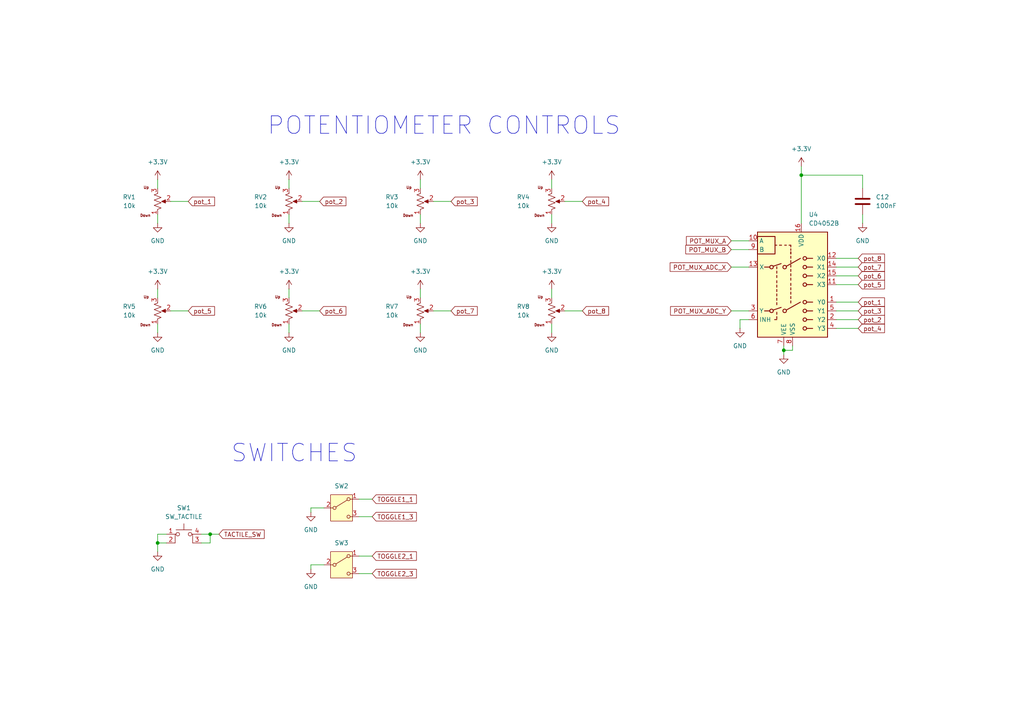
<source format=kicad_sch>
(kicad_sch (version 20250114) (generator "eeschema") (generator_version "9.0")
  (paper "A4")
  (title_block (title "200 Series Synthesis Platform") (date "2025-01-18") (rev "A0") (company "SVG Synthesis"))
  (lib_symbols
    (symbol "0_synthesis_ic:CD4052B"
      (property "Reference" "U" (at -10.16 16.51 0))
      (property "Value" "CD4052B" (at 3.81 16.51 0))
      (symbol "CD4052B_0_1"
        (rectangle (start -10.16 15.24) (end 10.16 -15.24) (stroke (width 0.254)) (fill (type background)))
        (rectangle (start -10.16 8.89) (end -5.08 13.97) (stroke (width 0.254)))
        (polyline (pts (xy -8.128 5.08) (xy -6.604 5.08)) (stroke (width 0.254)))
        (polyline (pts (xy -8.128 -7.62) (xy -6.604 -7.62)) (stroke (width 0.254)))
        (circle (center -6.096 5.08) (radius 0.508) (stroke (width 0.254)))
        (circle (center -6.096 -7.62) (radius 0.508) (stroke (width 0.254)))
        (polyline (pts (xy -5.588 5.334) (xy -3.302 6.096)) (stroke (width 0.254)))
        (polyline (pts (xy -5.588 -7.366) (xy -3.302 -6.604)) (stroke (width 0.254)))
        (polyline (pts (xy -4.572 11.43) (xy -5.08 11.43)) (stroke (width 0.254)))
        (polyline (pts (xy -4.572 4.572) (xy -4.572 5.207)) (stroke (width 0.254)))
        (polyline (pts (xy -4.572 3.302) (xy -4.572 3.937)) (stroke (width 0.254)))
        (polyline (pts (xy -4.572 2.032) (xy -4.572 2.667)) (stroke (width 0.254)))
        (polyline (pts (xy -4.572 0.508) (xy -4.572 1.143)) (stroke (width 0.254)))
        (polyline (pts (xy -4.572 -0.762) (xy -4.572 -0.127)) (stroke (width 0.254)))
        (polyline (pts (xy -4.572 -2.032) (xy -4.572 -1.397)) (stroke (width 0.254)))
        (polyline (pts (xy -4.572 -3.302) (xy -4.572 -2.667)) (stroke (width 0.254)))
        (polyline (pts (xy -4.572 -4.572) (xy -4.572 -3.937)) (stroke (width 0.254)))
        (polyline (pts (xy -4.572 -5.842) (xy -4.572 -5.207)) (stroke (width 0.254)))
        (polyline (pts (xy -4.572 -8.636) (xy -4.572 -8.001)) (stroke (width 0.254)))
        (polyline (pts (xy -4.572 -9.906) (xy -4.572 -9.271)) (stroke (width 0.254)))
        (polyline (pts (xy -4.572 -10.16) (xy -5.207 -10.16)) (stroke (width 0.254)))
        (polyline (pts (xy -3.81 11.43) (xy -3.175 11.43)) (stroke (width 0.254)))
        (circle (center -2.286 5.08) (radius 0.508) (stroke (width 0.254)))
        (circle (center -2.286 -7.62) (radius 0.508) (stroke (width 0.254)))
        (polyline (pts (xy -1.778 11.43) (xy -2.286 11.43)) (stroke (width 0.254)))
        (polyline (pts (xy -1.778 5.334) (xy 2.286 7.62)) (stroke (width 0.254)))
        (polyline (pts (xy -1.778 -7.366) (xy 2.286 -5.08)) (stroke (width 0.254)))
        (polyline (pts (xy -0.508 11.43) (xy -1.016 11.43)) (stroke (width 0.254)))
        (polyline (pts (xy -0.508 10.922) (xy -0.508 11.43)) (stroke (width 0.254)))
        (polyline (pts (xy -0.508 9.906) (xy -0.508 10.414)) (stroke (width 0.254)))
        (polyline (pts (xy -0.508 8.89) (xy -0.508 9.525)) (stroke (width 0.254)))
        (polyline (pts (xy -0.508 8.89) (xy -0.508 9.398)) (stroke (width 0.254)))
        (polyline (pts (xy -0.508 7.62) (xy -0.508 8.255)) (stroke (width 0.254)))
        (polyline (pts (xy -0.508 6.35) (xy -0.508 6.985)) (stroke (width 0.254)))
        (polyline (pts (xy -0.508 5.08) (xy -0.508 5.715)) (stroke (width 0.254)))
        (polyline (pts (xy -0.508 3.81) (xy -0.508 4.445)) (stroke (width 0.254)))
        (polyline (pts (xy -0.508 2.54) (xy -0.508 3.175)) (stroke (width 0.254)))
        (polyline (pts (xy -0.508 1.27) (xy -0.508 1.905)) (stroke (width 0.254)))
        (polyline (pts (xy -0.508 -0.254) (xy -0.508 0.381)) (stroke (width 0.254)))
        (polyline (pts (xy -0.508 -1.524) (xy -0.508 -0.889)) (stroke (width 0.254)))
        (polyline (pts (xy -0.508 -2.794) (xy -0.508 -2.159)) (stroke (width 0.254)))
        (polyline (pts (xy -0.508 -4.064) (xy -0.508 -3.429)) (stroke (width 0.254)))
        (polyline (pts (xy -0.508 -5.334) (xy -0.508 -4.699)) (stroke (width 0.254)))
        (circle (center 3.556 7.62) (radius 0.508) (stroke (width 0.254)))
        (circle (center 3.556 5.08) (radius 0.508) (stroke (width 0.254)))
        (circle (center 3.556 2.54) (radius 0.508) (stroke (width 0.254)))
        (circle (center 3.556 0) (radius 0.508) (stroke (width 0.254)))
        (circle (center 3.556 -5.08) (radius 0.508) (stroke (width 0.254)))
        (circle (center 3.556 -7.62) (radius 0.508) (stroke (width 0.254)))
        (circle (center 3.556 -10.16) (radius 0.508) (stroke (width 0.254)))
        (circle (center 3.556 -12.7) (radius 0.508) (stroke (width 0.254)))
        (polyline (pts (xy 4.064 7.62) (xy 5.842 7.62)) (stroke (width 0.254)))
        (polyline (pts (xy 4.064 5.08) (xy 5.842 5.08)) (stroke (width 0.254)))
        (polyline (pts (xy 4.064 2.54) (xy 5.842 2.54)) (stroke (width 0.254)))
        (polyline (pts (xy 4.064 0) (xy 5.842 0)) (stroke (width 0.254)))
        (polyline (pts (xy 4.064 -5.08) (xy 5.842 -5.08)) (stroke (width 0.254)))
        (polyline (pts (xy 4.064 -7.62) (xy 5.842 -7.62)) (stroke (width 0.254)))
        (polyline (pts (xy 4.064 -10.16) (xy 5.842 -10.16)) (stroke (width 0.254)))
        (polyline (pts (xy 4.064 -12.7) (xy 5.842 -12.7)) (stroke (width 0.254)))
      )
      (symbol "CD4052B_1_1"
        (pin input line (at -12.7 12.7 0) (length 2.54) (name "A") (number "10"))
        (pin input line (at -12.7 10.16 0) (length 2.54) (name "B") (number "9"))
        (pin bidirectional line (at -12.7 5.08 0) (length 2.54) (name "X") (number "13"))
        (pin bidirectional line (at -12.7 -7.62 0) (length 2.54) (name "Y") (number "3"))
        (pin input line (at -12.7 -10.16 0) (length 2.54) (name "INH") (number "6"))
        (pin power_in line (at -2.54 -17.78 90) (length 2.54) (name "VEE") (number "7"))
        (pin power_in line (at 0 -17.78 90) (length 2.54) (name "VSS") (number "8"))
        (pin power_in line (at 2.54 17.78 270) (length 2.54) (name "VDD") (number "16"))
        (pin bidirectional line (at 12.7 7.62 180) (length 2.54) (name "X0") (number "12"))
        (pin bidirectional line (at 12.7 5.08 180) (length 2.54) (name "X1") (number "14"))
        (pin bidirectional line (at 12.7 2.54 180) (length 2.54) (name "X2") (number "15"))
        (pin bidirectional line (at 12.7 0 180) (length 2.54) (name "X3") (number "11"))
        (pin bidirectional line (at 12.7 -5.08 180) (length 2.54) (name "Y0") (number "1"))
        (pin bidirectional line (at 12.7 -7.62 180) (length 2.54) (name "Y1") (number "5"))
        (pin bidirectional line (at 12.7 -10.16 180) (length 2.54) (name "Y2") (number "2"))
        (pin bidirectional line (at 12.7 -12.7 180) (length 2.54) (name "Y3") (number "4"))
      )
    )
    (symbol "0_synthesis_other:POT_ALPHA_10K" (pin_names (offset 1.016) (hide yes))
      (property "Reference" "RV" (at 2.54 3.81 0))
      (property "Value" "10k" (at 2.54 -2.54 0))
      (symbol "POT_ALPHA_10K_0_1"
        (polyline (pts (xy 0 2.54) (xy 0 2.286)))
        (polyline (pts (xy 0 2.286) (xy 1.016 1.905) (xy 0 1.524) (xy -1.016 1.143) (xy 0 0.762)))
        (polyline (pts (xy 0 0.762) (xy 1.016 0.381) (xy 0 0) (xy -1.016 -0.381) (xy 0 -0.762)))
        (polyline (pts (xy 0 -0.762) (xy 1.016 -1.143) (xy 0 -1.524) (xy -1.016 -1.905) (xy 0 -2.286)))
        (polyline (pts (xy 0 -2.286) (xy 0 -2.54)))
        (polyline (pts (xy 1.143 0) (xy 2.286 0.508) (xy 2.286 -0.508) (xy 1.143 0)) (fill (type outline)))
        (polyline (pts (xy 2.54 0) (xy 1.524 0)))
      )
      (symbol "POT_ALPHA_10K_1_1"
        (text "Down" (at -3.556 4.064 0) (effects (font (size 0.762 0.762))))
        (text "Up" (at -3.302 -4.064 0) (effects (font (size 0.762 0.762))))
        (pin passive line (at 0 3.81 270) (length 1.27) (name "1") (number "1"))
        (pin passive line (at 0 -3.81 90) (length 1.27) (name "3") (number "3"))
        (pin passive line (at 3.81 0 180) (length 1.27) (name "2") (number "2"))
      )
    )
    (symbol "0_synthesis_other:SW_SPDT_ON_OFF_ON_SUBMINI" (pin_names (offset 0) (hide yes))
      (property "Reference" "SW" (at 0 5.08 0))
      (symbol "SW_SPDT_ON_OFF_ON_SUBMINI_0_1"
        (circle (center -2.032 0) (radius 0.4572))
        (polyline (pts (xy -1.651 0.254) (xy 1.651 2.286)))
        (circle (center 2.032 2.54) (radius 0.4572))
        (circle (center 2.032 -2.54) (radius 0.4572))
      )
      (symbol "SW_SPDT_ON_OFF_ON_SUBMINI_1_1"
        (rectangle (start -3.175 3.81) (end 3.175 -3.81) (fill (type background)))
        (pin passive line (at -5.08 0 0) (length 2.54) (name "B") (number "2"))
        (pin passive line (at 5.08 2.54 180) (length 2.54) (name "A") (number "1"))
        (pin passive line (at 5.08 -2.54 180) (length 2.54) (name "C") (number "3"))
      )
    )
    (symbol "0_synthesis_other:SW_TACTILE_TL1105SPF250Q" (pin_names (offset 1.016) (hide yes))
      (property "Reference" "SW" (at 0.635 5.715 0))
      (property "Value" "SW_TACTILE" (at 0 -3.175 0))
      (symbol "SW_TACTILE_TL1105SPF250Q_0_1"
        (polyline (pts (xy -2.54 0) (xy -2.54 2.54) (xy -2.286 2.54)))
        (polyline (pts (xy -2.286 3.81) (xy 2.286 3.81)))
        (circle (center -1.778 2.54) (radius 0.508))
        (polyline (pts (xy 0 3.81) (xy 0 5.588)))
        (circle (center 1.778 2.54) (radius 0.508))
        (polyline (pts (xy 2.54 0) (xy 2.54 2.54) (xy 2.286 2.54)))
        (pin passive line (at -5.08 2.54 0) (length 2.54) (name "1") (number "1"))
        (pin passive line (at -5.08 0 0) (length 2.54) (name "2") (number "2"))
        (pin passive line (at 5.08 2.54 180) (length 2.54) (name "A") (number "4"))
        (pin passive line (at 5.08 0 180) (length 2.54) (name "K") (number "3"))
      )
    )
    (symbol "0_synthesis_passives:CAP_100NF_0603_X7R" (pin_numbers (hide yes)) (pin_names (offset 0.254))
      (property "Reference" "C" (at 0.635 2.54 0))
      (property "Value" "100nF" (at 0.635 -2.54 0))
      (symbol "CAP_100NF_0603_X7R_0_1"
        (polyline (pts (xy -2.032 0.762) (xy 2.032 0.762)) (stroke (width 0.508)))
        (polyline (pts (xy -2.032 -0.762) (xy 2.032 -0.762)) (stroke (width 0.508)))
      )
      (symbol "CAP_100NF_0603_X7R_1_1"
        (pin passive line (at 0 3.81 270) (length 2.794) (name "~") (number "1"))
        (pin passive line (at 0 -3.81 90) (length 2.794) (name "~") (number "2"))
      )
    )
    (symbol "power:+3.3V" (power) (pin_numbers (hide yes)) (pin_names (offset 0) (hide yes))
      (property "Value" "+3.3V" (at 0 3.556 0))
      (symbol "+3.3V_0_1"
        (polyline (pts (xy -0.762 1.27) (xy 0 2.54)))
        (polyline (pts (xy 0 2.54) (xy 0.762 1.27)))
        (polyline (pts (xy 0 0) (xy 0 2.54)))
      )
      (symbol "+3.3V_1_1"
        (pin power_in line (at 0 0 90) (length 0) (name "~") (number "1"))
      )
    )
    (symbol "power:GND" (power) (pin_numbers (hide yes)) (pin_names (offset 0) (hide yes))
      (property "Value" "GND" (at 0 -3.81 0))
      (symbol "GND_0_1"
        (polyline (pts (xy 0 0) (xy 0 -1.27) (xy 1.27 -1.27) (xy 0 -2.54) (xy -1.27 -1.27) (xy 0 -1.27)))
      )
      (symbol "GND_1_1"
        (pin power_in line (at 0 0 270) (length 0) (name "~") (number "1"))
      )
    )
  )
  (text "POTENTIOMETER CONTROLS" (at 128.778 36.576 0) (effects (font (size 5.08 5.08))))
  (text "SWITCHES" (at 85.344 131.572 0) (effects (font (size 5.08 5.08))))
  (junction (at 227.33 101.6))
  (junction (at 45.72 157.48))
  (junction (at 60.96 154.94))
  (junction (at 232.41 50.8))
  (wire (pts (xy 229.87 100.33) (xy 229.87 101.6)))
  (wire (pts (xy 45.72 154.94) (xy 45.72 157.48)))
  (wire (pts (xy 250.19 62.23) (xy 250.19 64.77)))
  (wire (pts (xy 49.53 90.17) (xy 54.61 90.17)))
  (wire (pts (xy 229.87 101.6) (xy 227.33 101.6)))
  (wire (pts (xy 90.17 163.83) (xy 93.98 163.83)))
  (wire (pts (xy 125.73 90.17) (xy 130.81 90.17)))
  (wire (pts (xy 125.73 58.42) (xy 130.81 58.42)))
  (wire (pts (xy 45.72 93.98) (xy 45.72 96.52)))
  (wire (pts (xy 83.82 62.23) (xy 83.82 64.77)))
  (wire (pts (xy 104.14 144.78) (xy 107.95 144.78)))
  (wire (pts (xy 163.83 58.42) (xy 168.91 58.42)))
  (wire (pts (xy 121.92 93.98) (xy 121.92 96.52)))
  (wire (pts (xy 212.09 72.39) (xy 217.17 72.39)))
  (wire (pts (xy 83.82 93.98) (xy 83.82 96.52)))
  (wire (pts (xy 60.96 157.48) (xy 58.42 157.48)))
  (wire (pts (xy 242.57 77.47) (xy 248.92 77.47)))
  (wire (pts (xy 242.57 74.93) (xy 248.92 74.93)))
  (wire (pts (xy 232.41 50.8) (xy 232.41 64.77)))
  (wire (pts (xy 121.92 52.07) (xy 121.92 54.61)))
  (wire (pts (xy 227.33 100.33) (xy 227.33 101.6)))
  (wire (pts (xy 214.63 95.25) (xy 214.63 92.71)))
  (wire (pts (xy 58.42 154.94) (xy 60.96 154.94)))
  (wire (pts (xy 121.92 62.23) (xy 121.92 64.77)))
  (wire (pts (xy 49.53 58.42) (xy 54.61 58.42)))
  (wire (pts (xy 242.57 90.17) (xy 248.92 90.17)))
  (wire (pts (xy 242.57 92.71) (xy 248.92 92.71)))
  (wire (pts (xy 90.17 148.59) (xy 90.17 147.32)))
  (wire (pts (xy 45.72 157.48) (xy 48.26 157.48)))
  (wire (pts (xy 83.82 83.82) (xy 83.82 86.36)))
  (wire (pts (xy 104.14 149.86) (xy 107.95 149.86)))
  (wire (pts (xy 232.41 50.8) (xy 250.19 50.8)))
  (wire (pts (xy 232.41 48.26) (xy 232.41 50.8)))
  (wire (pts (xy 87.63 90.17) (xy 92.71 90.17)))
  (wire (pts (xy 45.72 62.23) (xy 45.72 64.77)))
  (wire (pts (xy 90.17 147.32) (xy 93.98 147.32)))
  (wire (pts (xy 212.09 77.47) (xy 217.17 77.47)))
  (wire (pts (xy 45.72 160.02) (xy 45.72 157.48)))
  (wire (pts (xy 45.72 83.82) (xy 45.72 86.36)))
  (wire (pts (xy 45.72 52.07) (xy 45.72 54.61)))
  (wire (pts (xy 242.57 87.63) (xy 248.92 87.63)))
  (wire (pts (xy 83.82 52.07) (xy 83.82 54.61)))
  (wire (pts (xy 48.26 154.94) (xy 45.72 154.94)))
  (wire (pts (xy 242.57 80.01) (xy 248.92 80.01)))
  (wire (pts (xy 214.63 92.71) (xy 217.17 92.71)))
  (wire (pts (xy 212.09 90.17) (xy 217.17 90.17)))
  (wire (pts (xy 242.57 82.55) (xy 248.92 82.55)))
  (wire (pts (xy 160.02 93.98) (xy 160.02 96.52)))
  (wire (pts (xy 104.14 166.37) (xy 107.95 166.37)))
  (wire (pts (xy 87.63 58.42) (xy 92.71 58.42)))
  (wire (pts (xy 60.96 154.94) (xy 63.5 154.94)))
  (wire (pts (xy 90.17 165.1) (xy 90.17 163.83)))
  (wire (pts (xy 121.92 83.82) (xy 121.92 86.36)))
  (wire (pts (xy 160.02 83.82) (xy 160.02 86.36)))
  (wire (pts (xy 160.02 62.23) (xy 160.02 64.77)))
  (wire (pts (xy 163.83 90.17) (xy 168.91 90.17)))
  (wire (pts (xy 212.09 69.85) (xy 217.17 69.85)))
  (wire (pts (xy 250.19 50.8) (xy 250.19 54.61)))
  (wire (pts (xy 160.02 52.07) (xy 160.02 54.61)))
  (wire (pts (xy 227.33 101.6) (xy 227.33 102.87)))
  (wire (pts (xy 104.14 161.29) (xy 107.95 161.29)))
  (wire (pts (xy 242.57 95.25) (xy 248.92 95.25)))
  (wire (pts (xy 60.96 154.94) (xy 60.96 157.48)))
  (global_label "TOGGLE1_1" (shape input) (at 107.95 144.78 0) (property "Intersheetrefs" "${INTERSHEET_REFS}" (effects (hide yes))))
  (global_label "TOGGLE2_3" (shape input) (at 107.95 166.37 0) (property "Intersheetrefs" "${INTERSHEET_REFS}" (effects (hide yes))))
  (global_label "pot_2" (shape input) (at 92.71 58.42 0) (property "Intersheetrefs" "${INTERSHEET_REFS}" (effects (hide yes))))
  (global_label "POT_MUX_A" (shape input) (at 212.09 69.85 180) (property "Intersheetrefs" "${INTERSHEET_REFS}" (effects (hide yes))))
  (global_label "pot_1" (shape input) (at 248.92 87.63 0) (property "Intersheetrefs" "${INTERSHEET_REFS}" (effects (hide yes))))
  (global_label "pot_7" (shape input) (at 248.92 77.47 0) (property "Intersheetrefs" "${INTERSHEET_REFS}" (effects (hide yes))))
  (global_label "pot_8" (shape input) (at 168.91 90.17 0) (property "Intersheetrefs" "${INTERSHEET_REFS}" (effects (hide yes))))
  (global_label "pot_5" (shape input) (at 248.92 82.55 0) (property "Intersheetrefs" "${INTERSHEET_REFS}" (effects (hide yes))))
  (global_label "pot_1" (shape input) (at 54.61 58.42 0) (property "Intersheetrefs" "${INTERSHEET_REFS}" (effects (hide yes))))
  (global_label "pot_6" (shape input) (at 248.92 80.01 0) (property "Intersheetrefs" "${INTERSHEET_REFS}" (effects (hide yes))))
  (global_label "pot_2" (shape input) (at 248.92 92.71 0) (property "Intersheetrefs" "${INTERSHEET_REFS}" (effects (hide yes))))
  (global_label "pot_4" (shape input) (at 168.91 58.42 0) (property "Intersheetrefs" "${INTERSHEET_REFS}" (effects (hide yes))))
  (global_label "pot_6" (shape input) (at 92.71 90.17 0) (property "Intersheetrefs" "${INTERSHEET_REFS}" (effects (hide yes))))
  (global_label "pot_3" (shape input) (at 248.92 90.17 0) (property "Intersheetrefs" "${INTERSHEET_REFS}" (effects (hide yes))))
  (global_label "POT_MUX_ADC_X" (shape input) (at 212.09 77.47 180) (property "Intersheetrefs" "${INTERSHEET_REFS}" (effects (hide yes))))
  (global_label "pot_5" (shape input) (at 54.61 90.17 0) (property "Intersheetrefs" "${INTERSHEET_REFS}" (effects (hide yes))))
  (global_label "TOGGLE1_3" (shape input) (at 107.95 149.86 0) (property "Intersheetrefs" "${INTERSHEET_REFS}" (effects (hide yes))))
  (global_label "POT_MUX_ADC_Y" (shape input) (at 212.09 90.17 180) (property "Intersheetrefs" "${INTERSHEET_REFS}" (effects (hide yes))))
  (global_label "POT_MUX_B" (shape input) (at 212.09 72.39 180) (property "Intersheetrefs" "${INTERSHEET_REFS}" (effects (hide yes))))
  (global_label "pot_3" (shape input) (at 130.81 58.42 0) (property "Intersheetrefs" "${INTERSHEET_REFS}" (effects (hide yes))))
  (global_label "pot_4" (shape input) (at 248.92 95.25 0) (property "Intersheetrefs" "${INTERSHEET_REFS}" (effects (hide yes))))
  (global_label "TOGGLE2_1" (shape input) (at 107.95 161.29 0) (property "Intersheetrefs" "${INTERSHEET_REFS}" (effects (hide yes))))
  (global_label "pot_8" (shape input) (at 248.92 74.93 0) (property "Intersheetrefs" "${INTERSHEET_REFS}" (effects (hide yes))))
  (global_label "TACTILE_SW" (shape input) (at 63.5 154.94 0) (property "Intersheetrefs" "${INTERSHEET_REFS}" (effects (hide yes))))
  (global_label "pot_7" (shape input) (at 130.81 90.17 0) (property "Intersheetrefs" "${INTERSHEET_REFS}" (effects (hide yes))))
  (symbol (lib_id "0_synthesis_passives:CAP_100NF_0603_X7R") (at 250.19 58.42 0) (unit 1)
    (property "Reference" "C12" (at 254 57.1499 0) (effects (justify left)))
    (property "Value" "100nF" (at 254 59.6899 0) (effects (justify left)))
    (property "Footprint" "0_synthesis_smt:C_0603_1608Metric" (effects (hide yes)))
    (property "Description" "CAP CER 0.1UF 50V X7R 0603" (effects (hide yes)))
    (property "MFR" "YAGEO" (effects (hide yes)))
    (property "MPN" "CC0603KRX7R9BB104" (effects (hide yes)))
    (property "LCSC" "C14663" (effects (hide yes)))
  )
  (symbol (lib_id "0_synthesis_other:SW_SPDT_ON_OFF_ON_SUBMINI") (at 99.06 163.83 0) (unit 1)
    (property "Reference" "SW3" (at 99.06 157.48 0))
    (property "Value" "SW_SPDT_ON_OFF_ON_SUBMINI" (effects (hide yes)))
    (property "Footprint" "0_synthesis_tht:SW_TOGGLE_2MS3T1B3M2QES" (effects (hide yes)))
    (property "Description" "SUBMINIATURE TOGGLE SWITCH ON OFF ON PC PIN" (effects (hide yes)))
    (property "MFR" "DAILYWELL" (effects (hide yes)))
    (property "MPN" "2MS3T1B1M2QES" (effects (hide yes)))
  )
  (symbol (lib_id "power:+3.3V") (at 121.92 83.82 0) (unit 1)
    (property "Reference" "#PWR072" (effects (hide yes)))
    (property "Value" "+3.3V" (at 121.92 78.74 0))
    (property "Description" "Power symbol creates a global label with name \"+3.3V\"" (effects (hide yes)))
  )
  (symbol (lib_id "power:GND") (at 90.17 148.59 0) (unit 1)
    (property "Reference" "#PWR064" (effects (hide yes)))
    (property "Value" "GND" (at 90.17 153.67 0))
    (property "Description" "Power symbol creates a global label with name \"GND\" , ground" (effects (hide yes)))
  )
  (symbol (lib_id "0_synthesis_other:SW_SPDT_ON_OFF_ON_SUBMINI") (at 99.06 147.32 0) (unit 1)
    (property "Reference" "SW2" (at 99.06 140.97 0))
    (property "Value" "SW_SPDT_ON_OFF_ON_SUBMINI" (effects (hide yes)))
    (property "Footprint" "0_synthesis_tht:SW_TOGGLE_2MS3T1B3M2QES" (effects (hide yes)))
    (property "Description" "SUBMINIATURE TOGGLE SWITCH ON OFF ON PC PIN" (effects (hide yes)))
    (property "MFR" "DAILYWELL" (effects (hide yes)))
    (property "MPN" "2MS3T1B1M2QES" (effects (hide yes)))
  )
  (symbol (lib_id "power:+3.3V") (at 45.72 83.82 0) (unit 1)
    (property "Reference" "#PWR062" (effects (hide yes)))
    (property "Value" "+3.3V" (at 45.72 78.74 0))
    (property "Description" "Power symbol creates a global label with name \"+3.3V\"" (effects (hide yes)))
  )
  (symbol (lib_id "power:GND") (at 227.33 102.87 0) (unit 1)
    (property "Reference" "#PWR079" (effects (hide yes)))
    (property "Value" "GND" (at 227.33 107.95 0))
    (property "Description" "Power symbol creates a global label with name \"GND\" , ground" (effects (hide yes)))
  )
  (symbol (lib_id "0_synthesis_other:POT_ALPHA_10K") (at 45.72 58.42 0) (mirror x) (unit 1)
    (property "Reference" "RV1" (at 39.37 57.1499 0) (effects (justify right)))
    (property "Value" "10k" (at 39.37 59.6899 0) (effects (justify right)))
    (property "Footprint" "0_synthesis_tht:ALPHAPOT" (effects (hide yes)))
    (property "Description" "10K POTENTIOMETER LINEAR" (effects (hide yes)))
    (property "MFR" "ALPHA" (effects (hide yes)))
    (property "MPN" "RD901F-40-15F-B10K-00D70" (effects (hide yes)))
  )
  (symbol (lib_id "power:GND") (at 160.02 64.77 0) (unit 1)
    (property "Reference" "#PWR075" (effects (hide yes)))
    (property "Value" "GND" (at 160.02 69.85 0))
    (property "Description" "Power symbol creates a global label with name \"GND\" , ground" (effects (hide yes)))
  )
  (symbol (lib_id "power:+3.3V") (at 160.02 52.07 0) (unit 1)
    (property "Reference" "#PWR074" (effects (hide yes)))
    (property "Value" "+3.3V" (at 160.02 46.99 0))
    (property "Description" "Power symbol creates a global label with name \"+3.3V\"" (effects (hide yes)))
  )
  (symbol (lib_id "power:GND") (at 90.17 165.1 0) (unit 1)
    (property "Reference" "#PWR065" (effects (hide yes)))
    (property "Value" "GND" (at 90.17 170.18 0))
    (property "Description" "Power symbol creates a global label with name \"GND\" , ground" (effects (hide yes)))
  )
  (symbol (lib_id "power:GND") (at 45.72 160.02 0) (unit 1)
    (property "Reference" "#PWR059" (effects (hide yes)))
    (property "Value" "GND" (at 45.72 165.1 0))
    (property "Description" "Power symbol creates a global label with name \"GND\" , ground" (effects (hide yes)))
  )
  (symbol (lib_id "power:GND") (at 214.63 95.25 0) (unit 1)
    (property "Reference" "#PWR078" (effects (hide yes)))
    (property "Value" "GND" (at 214.63 100.33 0))
    (property "Description" "Power symbol creates a global label with name \"GND\" , ground" (effects (hide yes)))
  )
  (symbol (lib_id "0_synthesis_other:SW_TACTILE_TL1105SPF250Q") (at 53.34 157.48 0) (unit 1)
    (property "Reference" "SW1" (at 53.34 147.32 0))
    (property "Value" "SW_TACTILE" (at 53.34 149.86 0))
    (property "Footprint" "0_synthesis_tht:SW_TACTILE_TL1105SPF250Q" (effects (hide yes)))
    (property "Description" "SWITCH TACTILE SPST-NO 0.05A 12V" (effects (hide yes)))
    (property "MFR" "E-SWITCH" (effects (hide yes)))
    (property "MPN" "TL1105SPF250Q" (effects (hide yes)))
    (property "LCSC" "C273486" (effects (hide yes)))
  )
  (symbol (lib_id "power:GND") (at 160.02 96.52 0) (unit 1)
    (property "Reference" "#PWR077" (effects (hide yes)))
    (property "Value" "GND" (at 160.02 101.6 0))
    (property "Description" "Power symbol creates a global label with name \"GND\" , ground" (effects (hide yes)))
  )
  (symbol (lib_id "power:GND") (at 250.19 64.77 0) (unit 1)
    (property "Reference" "#PWR081" (effects (hide yes)))
    (property "Value" "GND" (at 250.19 69.85 0))
    (property "Description" "Power symbol creates a global label with name \"GND\" , ground" (effects (hide yes)))
  )
  (symbol (lib_id "0_synthesis_other:POT_ALPHA_10K") (at 45.72 90.17 0) (mirror x) (unit 1)
    (property "Reference" "RV5" (at 39.37 88.8999 0) (effects (justify right)))
    (property "Value" "10k" (at 39.37 91.4399 0) (effects (justify right)))
    (property "Footprint" "0_synthesis_tht:ALPHAPOT" (effects (hide yes)))
    (property "Description" "10K POTENTIOMETER LINEAR" (effects (hide yes)))
    (property "MFR" "ALPHA" (effects (hide yes)))
    (property "MPN" "RD901F-40-15F-B10K-00D70" (effects (hide yes)))
  )
  (symbol (lib_id "0_synthesis_other:POT_ALPHA_10K") (at 121.92 90.17 0) (mirror x) (unit 1)
    (property "Reference" "RV7" (at 115.57 88.8999 0) (effects (justify right)))
    (property "Value" "10k" (at 115.57 91.4399 0) (effects (justify right)))
    (property "Footprint" "0_synthesis_tht:ALPHAPOT" (effects (hide yes)))
    (property "Description" "10K POTENTIOMETER LINEAR" (effects (hide yes)))
    (property "MFR" "ALPHA" (effects (hide yes)))
    (property "MPN" "RD901F-40-15F-B10K-00D70" (effects (hide yes)))
  )
  (symbol (lib_id "power:+3.3V") (at 45.72 52.07 0) (unit 1)
    (property "Reference" "#PWR060" (effects (hide yes)))
    (property "Value" "+3.3V" (at 45.72 46.99 0))
    (property "Description" "Power symbol creates a global label with name \"+3.3V\"" (effects (hide yes)))
  )
  (symbol (lib_id "power:GND") (at 121.92 64.77 0) (unit 1)
    (property "Reference" "#PWR071" (effects (hide yes)))
    (property "Value" "GND" (at 121.92 69.85 0))
    (property "Description" "Power symbol creates a global label with name \"GND\" , ground" (effects (hide yes)))
  )
  (symbol (lib_id "0_synthesis_other:POT_ALPHA_10K") (at 83.82 58.42 0) (mirror x) (unit 1)
    (property "Reference" "RV2" (at 77.47 57.1499 0) (effects (justify right)))
    (property "Value" "10k" (at 77.47 59.6899 0) (effects (justify right)))
    (property "Footprint" "0_synthesis_tht:ALPHAPOT" (effects (hide yes)))
    (property "Description" "10K POTENTIOMETER LINEAR" (effects (hide yes)))
    (property "MFR" "ALPHA" (effects (hide yes)))
    (property "MPN" "RD901F-40-15F-B10K-00D70" (effects (hide yes)))
  )
  (symbol (lib_id "power:GND") (at 83.82 64.77 0) (unit 1)
    (property "Reference" "#PWR067" (effects (hide yes)))
    (property "Value" "GND" (at 83.82 69.85 0))
    (property "Description" "Power symbol creates a global label with name \"GND\" , ground" (effects (hide yes)))
  )
  (symbol (lib_id "power:GND") (at 45.72 64.77 0) (unit 1)
    (property "Reference" "#PWR061" (effects (hide yes)))
    (property "Value" "GND" (at 45.72 69.85 0))
    (property "Description" "Power symbol creates a global label with name \"GND\" , ground" (effects (hide yes)))
  )
  (symbol (lib_id "power:GND") (at 121.92 96.52 0) (unit 1)
    (property "Reference" "#PWR073" (effects (hide yes)))
    (property "Value" "GND" (at 121.92 101.6 0))
    (property "Description" "Power symbol creates a global label with name \"GND\" , ground" (effects (hide yes)))
  )
  (symbol (lib_id "0_synthesis_other:POT_ALPHA_10K") (at 121.92 58.42 0) (mirror x) (unit 1)
    (property "Reference" "RV3" (at 115.57 57.1499 0) (effects (justify right)))
    (property "Value" "10k" (at 115.57 59.6899 0) (effects (justify right)))
    (property "Footprint" "0_synthesis_tht:ALPHAPOT" (effects (hide yes)))
    (property "Description" "10K POTENTIOMETER LINEAR" (effects (hide yes)))
    (property "MFR" "ALPHA" (effects (hide yes)))
    (property "MPN" "RD901F-40-15F-B10K-00D70" (effects (hide yes)))
  )
  (symbol (lib_id "0_synthesis_other:POT_ALPHA_10K") (at 160.02 90.17 0) (mirror x) (unit 1)
    (property "Reference" "RV8" (at 153.67 88.8999 0) (effects (justify right)))
    (property "Value" "10k" (at 153.67 91.4399 0) (effects (justify right)))
    (property "Footprint" "0_synthesis_tht:ALPHAPOT" (effects (hide yes)))
    (property "Description" "10K POTENTIOMETER LINEAR" (effects (hide yes)))
    (property "MFR" "ALPHA" (effects (hide yes)))
    (property "MPN" "RD901F-40-15F-B10K-00D70" (effects (hide yes)))
  )
  (symbol (lib_id "power:+3.3V") (at 232.41 48.26 0) (unit 1)
    (property "Reference" "#PWR080" (effects (hide yes)))
    (property "Value" "+3.3V" (at 232.41 43.18 0))
    (property "Description" "Power symbol creates a global label with name \"+3.3V\"" (effects (hide yes)))
  )
  (symbol (lib_id "power:+3.3V") (at 83.82 52.07 0) (unit 1)
    (property "Reference" "#PWR066" (effects (hide yes)))
    (property "Value" "+3.3V" (at 83.82 46.99 0))
    (property "Description" "Power symbol creates a global label with name \"+3.3V\"" (effects (hide yes)))
  )
  (symbol (lib_id "0_synthesis_ic:CD4052B") (at 229.87 82.55 0) (unit 1)
    (property "Reference" "U4" (at 234.5533 62.23 0) (effects (justify left)))
    (property "Value" "CD4052B" (at 234.5533 64.77 0) (effects (justify left)))
    (property "Footprint" "0_synthesis_smt:TSSOP-16_4.4x5mm_P0.65mm" (effects (hide yes)))
    (property "Datasheet" "http://www.ti.com/lit/ds/symlink/cd4052b.pdf" (effects (hide yes)))
    (property "Description" "IC SWITCH SP4TX2 240OHM 16TSSOP" (effects (hide yes)))
    (property "MFR" "TEXAS INTRUMENTS" (effects (hide yes)))
    (property "MPN" "CD4052BPWR" (effects (hide yes)))
    (property "LCSC" "C6522" (effects (hide yes)))
  )
  (symbol (lib_id "power:+3.3V") (at 83.82 83.82 0) (unit 1)
    (property "Reference" "#PWR068" (effects (hide yes)))
    (property "Value" "+3.3V" (at 83.82 78.74 0))
    (property "Description" "Power symbol creates a global label with name \"+3.3V\"" (effects (hide yes)))
  )
  (symbol (lib_id "0_synthesis_other:POT_ALPHA_10K") (at 160.02 58.42 0) (mirror x) (unit 1)
    (property "Reference" "RV4" (at 153.67 57.1499 0) (effects (justify right)))
    (property "Value" "10k" (at 153.67 59.6899 0) (effects (justify right)))
    (property "Footprint" "0_synthesis_tht:ALPHAPOT" (effects (hide yes)))
    (property "Description" "10K POTENTIOMETER LINEAR" (effects (hide yes)))
    (property "MFR" "ALPHA" (effects (hide yes)))
    (property "MPN" "RD901F-40-15F-B10K-00D70" (effects (hide yes)))
  )
  (symbol (lib_id "0_synthesis_other:POT_ALPHA_10K") (at 83.82 90.17 0) (mirror x) (unit 1)
    (property "Reference" "RV6" (at 77.47 88.8999 0) (effects (justify right)))
    (property "Value" "10k" (at 77.47 91.4399 0) (effects (justify right)))
    (property "Footprint" "0_synthesis_tht:ALPHAPOT" (effects (hide yes)))
    (property "Description" "10K POTENTIOMETER LINEAR" (effects (hide yes)))
    (property "MFR" "ALPHA" (effects (hide yes)))
    (property "MPN" "RD901F-40-15F-B10K-00D70" (effects (hide yes)))
  )
  (symbol (lib_id "power:+3.3V") (at 160.02 83.82 0) (unit 1)
    (property "Reference" "#PWR076" (effects (hide yes)))
    (property "Value" "+3.3V" (at 160.02 78.74 0))
    (property "Description" "Power symbol creates a global label with name \"+3.3V\"" (effects (hide yes)))
  )
  (symbol (lib_id "power:GND") (at 45.72 96.52 0) (unit 1)
    (property "Reference" "#PWR063" (effects (hide yes)))
    (property "Value" "GND" (at 45.72 101.6 0))
    (property "Description" "Power symbol creates a global label with name \"GND\" , ground" (effects (hide yes)))
  )
  (symbol (lib_id "power:+3.3V") (at 121.92 52.07 0) (unit 1)
    (property "Reference" "#PWR070" (effects (hide yes)))
    (property "Value" "+3.3V" (at 121.92 46.99 0))
    (property "Description" "Power symbol creates a global label with name \"+3.3V\"" (effects (hide yes)))
  )
  (symbol (lib_id "power:GND") (at 83.82 96.52 0) (unit 1)
    (property "Reference" "#PWR069" (effects (hide yes)))
    (property "Value" "GND" (at 83.82 101.6 0))
    (property "Description" "Power symbol creates a global label with name \"GND\" , ground" (effects (hide yes)))
  )
)
</source>
